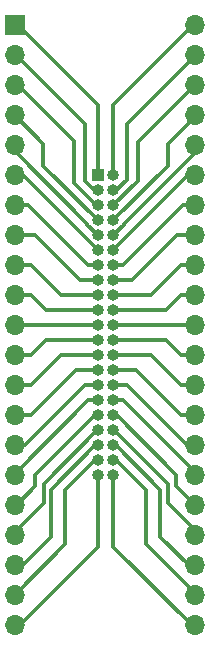
<source format=gbr>
%TF.GenerationSoftware,KiCad,Pcbnew,(6.0.7)*%
%TF.CreationDate,2022-08-07T18:45:19-07:00*%
%TF.ProjectId,DIP42-adapter,44495034-322d-4616-9461-707465722e6b,rev?*%
%TF.SameCoordinates,Original*%
%TF.FileFunction,Copper,L1,Top*%
%TF.FilePolarity,Positive*%
%FSLAX46Y46*%
G04 Gerber Fmt 4.6, Leading zero omitted, Abs format (unit mm)*
G04 Created by KiCad (PCBNEW (6.0.7)) date 2022-08-07 18:45:19*
%MOMM*%
%LPD*%
G01*
G04 APERTURE LIST*
%TA.AperFunction,ComponentPad*%
%ADD10R,1.000000X1.000000*%
%TD*%
%TA.AperFunction,ComponentPad*%
%ADD11O,1.000000X1.000000*%
%TD*%
%TA.AperFunction,ComponentPad*%
%ADD12R,1.700000X1.700000*%
%TD*%
%TA.AperFunction,ComponentPad*%
%ADD13O,1.700000X1.700000*%
%TD*%
%TA.AperFunction,Conductor*%
%ADD14C,0.350000*%
%TD*%
G04 APERTURE END LIST*
D10*
%TO.P,U1,1,Pin_1*%
%TO.N,Net-(U1-Pad1)*%
X143890000Y-68210000D03*
D11*
%TO.P,U1,2,Pin_2*%
%TO.N,Net-(U1-Pad2)*%
X143890000Y-69480000D03*
%TO.P,U1,3,Pin_3*%
%TO.N,Net-(U1-Pad3)*%
X143890000Y-70750000D03*
%TO.P,U1,4,Pin_4*%
%TO.N,Net-(U1-Pad4)*%
X143890000Y-72020000D03*
%TO.P,U1,5,Pin_5*%
%TO.N,Net-(U1-Pad5)*%
X143890000Y-73290000D03*
%TO.P,U1,6,Pin_6*%
%TO.N,Net-(U1-Pad6)*%
X143890000Y-74560000D03*
%TO.P,U1,7,Pin_7*%
%TO.N,Net-(U1-Pad7)*%
X143890000Y-75830000D03*
%TO.P,U1,8,Pin_8*%
%TO.N,Net-(U1-Pad8)*%
X143890000Y-77100000D03*
%TO.P,U1,9,Pin_9*%
%TO.N,Net-(U1-Pad9)*%
X143890000Y-78370000D03*
%TO.P,U1,10,Pin_10*%
%TO.N,Net-(U1-Pad10)*%
X143890000Y-79640000D03*
%TO.P,U1,11,Pin_11*%
%TO.N,Net-(U1-Pad11)*%
X143890000Y-80910000D03*
%TO.P,U1,12,Pin_12*%
%TO.N,Net-(U1-Pad12)*%
X143890000Y-82180000D03*
%TO.P,U1,13,Pin_13*%
%TO.N,Net-(U1-Pad13)*%
X143890000Y-83450000D03*
%TO.P,U1,14,Pin_14*%
%TO.N,Net-(U1-Pad14)*%
X143890000Y-84720000D03*
%TO.P,U1,15,Pin_15*%
%TO.N,Net-(U1-Pad15)*%
X143890000Y-85990000D03*
%TO.P,U1,16,Pin_16*%
%TO.N,Net-(U1-Pad16)*%
X143890000Y-87260000D03*
%TO.P,U1,17,Pin_17*%
%TO.N,Net-(U1-Pad17)*%
X143890000Y-88530000D03*
%TO.P,U1,18,Pin_18*%
%TO.N,Net-(U1-Pad18)*%
X143890000Y-89800000D03*
%TO.P,U1,19,Pin_19*%
%TO.N,Net-(U1-Pad19)*%
X143890000Y-91070000D03*
%TO.P,U1,20,Pin_20*%
%TO.N,Net-(U1-Pad20)*%
X143890000Y-92340000D03*
%TO.P,U1,21,Pin_21*%
%TO.N,Net-(U1-Pad21)*%
X143890000Y-93610000D03*
%TO.P,U1,22,Pin_22*%
%TO.N,Net-(U1-Pad22)*%
X145160000Y-93610000D03*
%TO.P,U1,23,Pin_23*%
%TO.N,Net-(U1-Pad23)*%
X145160000Y-92340000D03*
%TO.P,U1,24,Pin_24*%
%TO.N,Net-(U1-Pad24)*%
X145160000Y-91070000D03*
%TO.P,U1,25,Pin_25*%
%TO.N,Net-(U1-Pad25)*%
X145160000Y-89800000D03*
%TO.P,U1,26,Pin_26*%
%TO.N,Net-(U1-Pad26)*%
X145160000Y-88530000D03*
%TO.P,U1,27,Pin_27*%
%TO.N,Net-(U1-Pad27)*%
X145160000Y-87260000D03*
%TO.P,U1,28,Pin_28*%
%TO.N,Net-(U1-Pad28)*%
X145160000Y-85990000D03*
%TO.P,U1,29,Pin_29*%
%TO.N,Net-(U1-Pad29)*%
X145160000Y-84720000D03*
%TO.P,U1,30,Pin_30*%
%TO.N,Net-(U1-Pad30)*%
X145160000Y-83450000D03*
%TO.P,U1,31,Pin_31*%
%TO.N,Net-(U1-Pad31)*%
X145160000Y-82180000D03*
%TO.P,U1,32,Pin_32*%
%TO.N,Net-(U1-Pad32)*%
X145160000Y-80910000D03*
%TO.P,U1,33,Pin_33*%
%TO.N,Net-(U1-Pad33)*%
X145160000Y-79640000D03*
%TO.P,U1,34,Pin_34*%
%TO.N,Net-(U1-Pad34)*%
X145160000Y-78370000D03*
%TO.P,U1,35,Pin_35*%
%TO.N,Net-(U1-Pad35)*%
X145160000Y-77100000D03*
%TO.P,U1,36,Pin_36*%
%TO.N,Net-(U1-Pad36)*%
X145160000Y-75830000D03*
%TO.P,U1,37,Pin_37*%
%TO.N,Net-(U1-Pad37)*%
X145160000Y-74560000D03*
%TO.P,U1,38,Pin_38*%
%TO.N,Net-(U1-Pad38)*%
X145160000Y-73290000D03*
%TO.P,U1,39,Pin_39*%
%TO.N,Net-(U1-Pad39)*%
X145160000Y-72020000D03*
%TO.P,U1,40,Pin_40*%
%TO.N,Net-(U1-Pad40)*%
X145160000Y-70750000D03*
%TO.P,U1,41,Pin_41*%
%TO.N,Net-(U1-Pad41)*%
X145160000Y-69480000D03*
%TO.P,U1,42,Pin_42*%
%TO.N,Net-(U1-Pad42)*%
X145160000Y-68210000D03*
%TD*%
D12*
%TO.P,U2,1,A18*%
%TO.N,Net-(U1-Pad1)*%
X136842000Y-55508000D03*
D13*
%TO.P,U2,2,A17*%
%TO.N,Net-(U1-Pad2)*%
X136842000Y-58048000D03*
%TO.P,U2,3,A7*%
%TO.N,Net-(U1-Pad3)*%
X136842000Y-60588000D03*
%TO.P,U2,4,A6*%
%TO.N,Net-(U1-Pad4)*%
X136842000Y-63128000D03*
%TO.P,U2,5,A5*%
%TO.N,Net-(U1-Pad5)*%
X136842000Y-65668000D03*
%TO.P,U2,6,A4*%
%TO.N,Net-(U1-Pad6)*%
X136842000Y-68208000D03*
%TO.P,U2,7,A3*%
%TO.N,Net-(U1-Pad7)*%
X136842000Y-70748000D03*
%TO.P,U2,8,A2*%
%TO.N,Net-(U1-Pad8)*%
X136842000Y-73288000D03*
%TO.P,U2,9,A1*%
%TO.N,Net-(U1-Pad9)*%
X136842000Y-75828000D03*
%TO.P,U2,10,A0*%
%TO.N,Net-(U1-Pad10)*%
X136842000Y-78368000D03*
%TO.P,U2,11,~{E}*%
%TO.N,Net-(U1-Pad11)*%
X136842000Y-80908000D03*
%TO.P,U2,12,GND*%
%TO.N,Net-(U1-Pad12)*%
X136842000Y-83448000D03*
%TO.P,U2,13,~{GVPP}*%
%TO.N,Net-(U1-Pad13)*%
X136842000Y-85988000D03*
%TO.P,U2,14,D0*%
%TO.N,Net-(U1-Pad14)*%
X136842000Y-88528000D03*
%TO.P,U2,15,D8*%
%TO.N,Net-(U1-Pad15)*%
X136842000Y-91068000D03*
%TO.P,U2,16,D1*%
%TO.N,Net-(U1-Pad16)*%
X136842000Y-93608000D03*
%TO.P,U2,17,D9*%
%TO.N,Net-(U1-Pad17)*%
X136842000Y-96148000D03*
%TO.P,U2,18,D2*%
%TO.N,Net-(U1-Pad18)*%
X136842000Y-98688000D03*
%TO.P,U2,19,D10*%
%TO.N,Net-(U1-Pad19)*%
X136842000Y-101228000D03*
%TO.P,U2,20,D3*%
%TO.N,Net-(U1-Pad20)*%
X136842000Y-103768000D03*
%TO.P,U2,21,D11*%
%TO.N,Net-(U1-Pad21)*%
X136842000Y-106308000D03*
%TO.P,U2,22,VCC*%
%TO.N,Net-(U1-Pad22)*%
X152082000Y-106308000D03*
%TO.P,U2,23,D4*%
%TO.N,Net-(U1-Pad23)*%
X152082000Y-103768000D03*
%TO.P,U2,24,D12*%
%TO.N,Net-(U1-Pad24)*%
X152082000Y-101228000D03*
%TO.P,U2,25,D5*%
%TO.N,Net-(U1-Pad25)*%
X152082000Y-98688000D03*
%TO.P,U2,26,D13*%
%TO.N,Net-(U1-Pad26)*%
X152082000Y-96148000D03*
%TO.P,U2,27,D6*%
%TO.N,Net-(U1-Pad27)*%
X152082000Y-93608000D03*
%TO.P,U2,28,D14*%
%TO.N,Net-(U1-Pad28)*%
X152082000Y-91068000D03*
%TO.P,U2,29,D7*%
%TO.N,Net-(U1-Pad29)*%
X152082000Y-88528000D03*
%TO.P,U2,30,D15*%
%TO.N,Net-(U1-Pad30)*%
X152082000Y-85988000D03*
%TO.P,U2,31,GND*%
%TO.N,Net-(U1-Pad31)*%
X152082000Y-83448000D03*
%TO.P,U2,32,A20*%
%TO.N,Net-(U1-Pad32)*%
X152082000Y-80908000D03*
%TO.P,U2,33,A16*%
%TO.N,Net-(U1-Pad33)*%
X152082000Y-78368000D03*
%TO.P,U2,34,A15*%
%TO.N,Net-(U1-Pad34)*%
X152082000Y-75828000D03*
%TO.P,U2,35,A14*%
%TO.N,Net-(U1-Pad35)*%
X152082000Y-73288000D03*
%TO.P,U2,36,A13*%
%TO.N,Net-(U1-Pad36)*%
X152082000Y-70748000D03*
%TO.P,U2,37,A12*%
%TO.N,Net-(U1-Pad37)*%
X152082000Y-68208000D03*
%TO.P,U2,38,A11*%
%TO.N,Net-(U1-Pad38)*%
X152082000Y-65668000D03*
%TO.P,U2,39,A10*%
%TO.N,Net-(U1-Pad39)*%
X152082000Y-63128000D03*
%TO.P,U2,40,A9*%
%TO.N,Net-(U1-Pad40)*%
X152082000Y-60588000D03*
%TO.P,U2,41,A8*%
%TO.N,Net-(U1-Pad41)*%
X152082000Y-58048000D03*
%TO.P,U2,42,A19*%
%TO.N,Net-(U1-Pad42)*%
X152082000Y-55508000D03*
%TD*%
D14*
%TO.N,Net-(U1-Pad1)*%
X137128000Y-55508000D02*
X143890000Y-62270000D01*
X136968000Y-55508000D02*
X137128000Y-55508000D01*
X143890000Y-62270000D02*
X143890000Y-68210000D01*
%TO.N,Net-(U1-Pad2)*%
X136968000Y-58058000D02*
X136968000Y-58048000D01*
X143510000Y-69480000D02*
X142730000Y-68700000D01*
X142730000Y-68700000D02*
X142730000Y-63820000D01*
X142730000Y-63820000D02*
X136968000Y-58058000D01*
X143890000Y-69480000D02*
X143510000Y-69480000D01*
%TO.N,Net-(U1-Pad3)*%
X143890000Y-70750000D02*
X143710000Y-70750000D01*
X143710000Y-70750000D02*
X141810000Y-68850000D01*
X141810000Y-68850000D02*
X141810000Y-65270000D01*
X137128000Y-60588000D02*
X136968000Y-60588000D01*
X141810000Y-65270000D02*
X137128000Y-60588000D01*
%TO.N,Net-(U1-Pad4)*%
X136968000Y-63248000D02*
X139240000Y-65520000D01*
X136968000Y-63128000D02*
X136968000Y-63248000D01*
X139240000Y-67370000D02*
X143890000Y-72020000D01*
X139240000Y-65520000D02*
X139240000Y-67370000D01*
%TO.N,Net-(U1-Pad5)*%
X136968000Y-65668000D02*
X136968000Y-66280500D01*
X136968000Y-66280500D02*
X142972500Y-72285000D01*
X142972500Y-72372500D02*
X143890000Y-73290000D01*
X142972500Y-72285000D02*
X142972500Y-72372500D01*
%TO.N,Net-(U1-Pad6)*%
X137538000Y-68208000D02*
X143890000Y-74560000D01*
X136968000Y-68208000D02*
X137538000Y-68208000D01*
%TO.N,Net-(U1-Pad7)*%
X136968000Y-70748000D02*
X137957900Y-70748000D01*
X143039900Y-75830000D02*
X143890000Y-75830000D01*
X137957900Y-70748000D02*
X143039900Y-75830000D01*
%TO.N,Net-(U1-Pad8)*%
X143890000Y-77100000D02*
X142320000Y-77100000D01*
X142320000Y-77100000D02*
X138508000Y-73288000D01*
X138508000Y-73288000D02*
X136968000Y-73288000D01*
%TO.N,Net-(U1-Pad9)*%
X138168100Y-75828000D02*
X140710100Y-78370000D01*
X140710100Y-78370000D02*
X143890000Y-78370000D01*
X136968000Y-75828000D02*
X138168100Y-75828000D01*
%TO.N,Net-(U1-Pad10)*%
X138168100Y-78368000D02*
X139440100Y-79640000D01*
X139440100Y-79640000D02*
X143890000Y-79640000D01*
X136968000Y-78368000D02*
X138168100Y-78368000D01*
%TO.N,Net-(U1-Pad11)*%
X143890000Y-80910000D02*
X143039900Y-80910000D01*
X136968000Y-80908000D02*
X143037900Y-80908000D01*
X143037900Y-80908000D02*
X143039900Y-80910000D01*
%TO.N,Net-(U1-Pad12)*%
X136968000Y-83448000D02*
X138168100Y-83448000D01*
X138168100Y-83448000D02*
X139436100Y-82180000D01*
X139436100Y-82180000D02*
X143890000Y-82180000D01*
%TO.N,Net-(U1-Pad13)*%
X138168100Y-85988000D02*
X140706100Y-83450000D01*
X140706100Y-83450000D02*
X143890000Y-83450000D01*
X136968000Y-85988000D02*
X138168100Y-85988000D01*
%TO.N,Net-(U1-Pad14)*%
X143890000Y-84720000D02*
X141976100Y-84720000D01*
X136968000Y-88528000D02*
X138168100Y-88528000D01*
X141976100Y-84720000D02*
X138168100Y-88528000D01*
%TO.N,Net-(U1-Pad15)*%
X137652000Y-91068000D02*
X142730000Y-85990000D01*
X136968000Y-91068000D02*
X137652000Y-91068000D01*
X142730000Y-85990000D02*
X143890000Y-85990000D01*
%TO.N,Net-(U1-Pad16)*%
X136968000Y-93608000D02*
X136968000Y-93331900D01*
X143039900Y-87260000D02*
X143890000Y-87260000D01*
X136968000Y-93331900D02*
X143039900Y-87260000D01*
%TO.N,Net-(U1-Pad17)*%
X143590000Y-88530000D02*
X143890000Y-88530000D01*
X136968000Y-96102000D02*
X138540000Y-94530000D01*
X138540000Y-93580000D02*
X143590000Y-88530000D01*
X138540000Y-94530000D02*
X138540000Y-93580000D01*
X136968000Y-96148000D02*
X136968000Y-96102000D01*
%TO.N,Net-(U1-Pad18)*%
X139260000Y-94330000D02*
X139260000Y-95920000D01*
X139260000Y-95920000D02*
X136968000Y-98212000D01*
X143790000Y-89800000D02*
X139260000Y-94330000D01*
X143890000Y-89800000D02*
X143790000Y-89800000D01*
X136968000Y-98212000D02*
X136968000Y-98688000D01*
%TO.N,Net-(U1-Pad19)*%
X139900000Y-94820000D02*
X143650000Y-91070000D01*
X143650000Y-91070000D02*
X143890000Y-91070000D01*
X139900000Y-98810000D02*
X139900000Y-94820000D01*
X136968000Y-101228000D02*
X137482000Y-101228000D01*
X137482000Y-101228000D02*
X139900000Y-98810000D01*
%TO.N,Net-(U1-Pad20)*%
X143630000Y-92340000D02*
X141110000Y-94860000D01*
X143890000Y-92340000D02*
X143630000Y-92340000D01*
X136968000Y-103592000D02*
X136968000Y-103768000D01*
X141110000Y-94860000D02*
X141110000Y-99450000D01*
X141110000Y-99450000D02*
X136968000Y-103592000D01*
%TO.N,Net-(U1-Pad21)*%
X143890000Y-99640000D02*
X143890000Y-93610000D01*
X137222000Y-106308000D02*
X143890000Y-99640000D01*
X136968000Y-106308000D02*
X137222000Y-106308000D01*
%TO.N,Net-(U1-Pad22)*%
X152082000Y-106308000D02*
X151828000Y-106308000D01*
X151828000Y-106308000D02*
X145160000Y-99640000D01*
X145160000Y-99640000D02*
X145160000Y-93610000D01*
%TO.N,Net-(U1-Pad23)*%
X145420000Y-92340000D02*
X147940000Y-94860000D01*
X147940000Y-94860000D02*
X147940000Y-99450000D01*
X152082000Y-103592000D02*
X152082000Y-103768000D01*
X147940000Y-99450000D02*
X152082000Y-103592000D01*
X145160000Y-92340000D02*
X145420000Y-92340000D01*
%TO.N,Net-(U1-Pad24)*%
X149150000Y-94820000D02*
X145400000Y-91070000D01*
X151568000Y-101228000D02*
X149150000Y-98810000D01*
X149150000Y-98810000D02*
X149150000Y-94820000D01*
X145400000Y-91070000D02*
X145160000Y-91070000D01*
X152082000Y-101228000D02*
X151568000Y-101228000D01*
%TO.N,Net-(U1-Pad25)*%
X145160000Y-89800000D02*
X145260000Y-89800000D01*
X149790000Y-94330000D02*
X149790000Y-95920000D01*
X149790000Y-95920000D02*
X152082000Y-98212000D01*
X152082000Y-98212000D02*
X152082000Y-98688000D01*
X145260000Y-89800000D02*
X149790000Y-94330000D01*
%TO.N,Net-(U1-Pad26)*%
X150510000Y-94530000D02*
X150510000Y-93580000D01*
X152082000Y-96102000D02*
X150510000Y-94530000D01*
X150510000Y-93580000D02*
X145460000Y-88530000D01*
X152082000Y-96148000D02*
X152082000Y-96102000D01*
X145460000Y-88530000D02*
X145160000Y-88530000D01*
%TO.N,Net-(U1-Pad27)*%
X152082000Y-93608000D02*
X152082000Y-93331900D01*
X146010100Y-87260000D02*
X145160000Y-87260000D01*
X152082000Y-93331900D02*
X146010100Y-87260000D01*
%TO.N,Net-(U1-Pad28)*%
X151398000Y-91068000D02*
X146320000Y-85990000D01*
X146320000Y-85990000D02*
X145160000Y-85990000D01*
X152082000Y-91068000D02*
X151398000Y-91068000D01*
%TO.N,Net-(U1-Pad29)*%
X147073900Y-84720000D02*
X150881900Y-88528000D01*
X145160000Y-84720000D02*
X147073900Y-84720000D01*
X152082000Y-88528000D02*
X150881900Y-88528000D01*
%TO.N,Net-(U1-Pad30)*%
X150881900Y-85988000D02*
X148343900Y-83450000D01*
X148343900Y-83450000D02*
X145160000Y-83450000D01*
X152082000Y-85988000D02*
X150881900Y-85988000D01*
%TO.N,Net-(U1-Pad31)*%
X150881900Y-83448000D02*
X149613900Y-82180000D01*
X152082000Y-83448000D02*
X150881900Y-83448000D01*
X149613900Y-82180000D02*
X145160000Y-82180000D01*
%TO.N,Net-(U1-Pad32)*%
X146012100Y-80908000D02*
X146010100Y-80910000D01*
X152082000Y-80908000D02*
X146012100Y-80908000D01*
X145160000Y-80910000D02*
X146010100Y-80910000D01*
%TO.N,Net-(U1-Pad33)*%
X150881900Y-78368000D02*
X149609900Y-79640000D01*
X152082000Y-78368000D02*
X150881900Y-78368000D01*
X149609900Y-79640000D02*
X145160000Y-79640000D01*
%TO.N,Net-(U1-Pad34)*%
X150881900Y-75828000D02*
X148339900Y-78370000D01*
X148339900Y-78370000D02*
X145160000Y-78370000D01*
X152082000Y-75828000D02*
X150881900Y-75828000D01*
%TO.N,Net-(U1-Pad35)*%
X145160000Y-77100000D02*
X146730000Y-77100000D01*
X150542000Y-73288000D02*
X152082000Y-73288000D01*
X146730000Y-77100000D02*
X150542000Y-73288000D01*
%TO.N,Net-(U1-Pad36)*%
X146010100Y-75830000D02*
X145160000Y-75830000D01*
X151092100Y-70748000D02*
X146010100Y-75830000D01*
X152082000Y-70748000D02*
X151092100Y-70748000D01*
%TO.N,Net-(U1-Pad37)*%
X152082000Y-68208000D02*
X151512000Y-68208000D01*
X151512000Y-68208000D02*
X145160000Y-74560000D01*
%TO.N,Net-(U1-Pad38)*%
X146077500Y-72285000D02*
X146077500Y-72372500D01*
X152082000Y-66280500D02*
X146077500Y-72285000D01*
X152082000Y-65668000D02*
X152082000Y-66280500D01*
X146077500Y-72372500D02*
X145160000Y-73290000D01*
%TO.N,Net-(U1-Pad39)*%
X152082000Y-63248000D02*
X149810000Y-65520000D01*
X149810000Y-67370000D02*
X145160000Y-72020000D01*
X152082000Y-63128000D02*
X152082000Y-63248000D01*
X149810000Y-65520000D02*
X149810000Y-67370000D01*
%TO.N,Net-(U1-Pad40)*%
X147270000Y-68640000D02*
X147270000Y-65380000D01*
X152062000Y-60588000D02*
X152082000Y-60588000D01*
X147270000Y-65380000D02*
X152062000Y-60588000D01*
X145160000Y-70750000D02*
X147270000Y-68640000D01*
%TO.N,Net-(U1-Pad41)*%
X145160000Y-69480000D02*
X145430000Y-69480000D01*
X146320000Y-63820000D02*
X152082000Y-58058000D01*
X145430000Y-69480000D02*
X146320000Y-68590000D01*
X152082000Y-58058000D02*
X152082000Y-58048000D01*
X146320000Y-68590000D02*
X146320000Y-63820000D01*
%TO.N,Net-(U1-Pad42)*%
X151922000Y-55508000D02*
X145160000Y-62270000D01*
X152082000Y-55508000D02*
X151922000Y-55508000D01*
X145160000Y-62270000D02*
X145160000Y-68210000D01*
%TD*%
M02*

</source>
